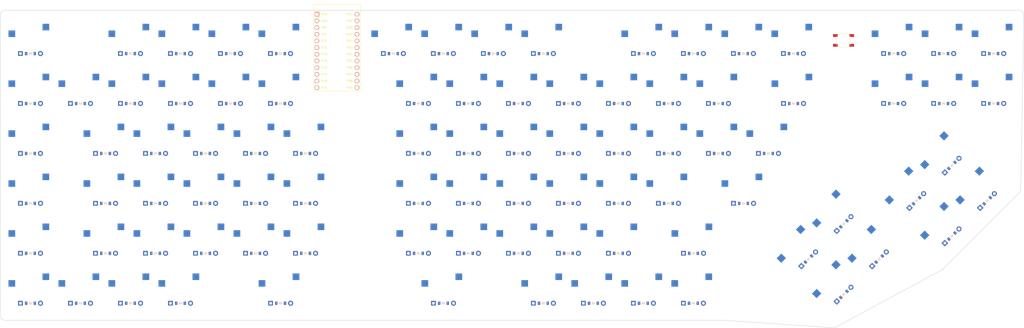
<source format=kicad_pcb>
(kicad_pcb (version 20221018) (generator pcbnew)
  (title_block (title "tutorial") (rev "v1.0.0") (company "Unknown"))
  (layers (0 "F.Cu" signal) (31 "B.Cu" signal) (34 "B.Paste" user) (35 "F.Paste" user) (36 "B.SilkS" user "B.Silkscreen") (37 "F.SilkS" user "F.Silkscreen") (38 "B.Mask" user) (39 "F.Mask" user) (44 "Edge.Cuts" user))
  (net 0 "")
  (net 1 "outer_mod")
  (net 2 "outer_bottom")
  (net 3 "outer_home")
  (net 4 "outer_top")
  (net 5 "outer_num")
  (net 6 "outer_func")
  (net 7 "pinky_mod")
  (net 8 "pinky_bottom")
  (net 9 "pinky_home")
  (net 10 "pinky_top")
  (net 11 "pinky_num")
  (net 12 "ring_mod")
  (net 13 "ring_bottom")
  (net 14 "ring_home")
  (net 15 "ring_top")
  (net 16 "ring_num")
  (net 17 "ring_func")
  (net 18 "middle_mod")
  (net 19 "middle_bottom")
  (net 20 "middle_home")
  (net 21 "middle_top")
  (net 22 "middle_num")
  (net 23 "middle_func")
  (net 24 "index_mod")
  (net 25 "index_bottom")
  (net 26 "index_home")
  (net 27 "index_top")
  (net 28 "index_num")
  (net 29 "index_func")
  (net 30 "inner_bottom")
  (net 31 "inner_home")
  (net 32 "inner_top")
  (net 33 "inner_num")
  (net 34 "inner_func")
  (net 35 "inner_mod")
  (net 36 "outer2_mod")
  (net 37 "outer2_home")
  (net 38 "outer2_top")
  (net 39 "outer2_num")
  (net 40 "outer2_func")
  (net 41 "outer3_top")
  (net 42 "outer3_num")
  (net 43 "outer3_func")
  (net 44 "outer4_func")
  (net 45 "one_a")
  (net 46 "one_b")
  (net 47 "two_a")
  (net 48 "two_b")
  (net 49 "left_bottom")
  (net 50 "left_top")
  (net 51 "mid_bottom")
  (net 52 "mid_top")
  (net 53 "right_bottom")
  (net 54 "right_top")
  (net 55 "RAW")
  (net 56 "GND")
  (net 57 "RST")
  (net 58 "VCC")
  (net 59 "P21")
  (net 60 "P20")
  (net 61 "P19")
  (net 62 "P18")
  (net 63 "P15")
  (net 64 "P14")
  (net 65 "P16")
  (net 66 "P10")
  (net 67 "P1")
  (net 68 "P0")
  (net 69 "P2")
  (net 70 "P3")
  (net 71 "P4")
  (net 72 "P5")
  (net 73 "P6")
  (net 74 "P7")
  (net 75 "P8")
  (net 76 "P9")
  (footprint "E73:SW_TACT_ALPS_SKQGABE010" (layer "F.Cu") (at 336.9125 80)
    (fp_text reference "B1" hide)
    (fp_text value "" hide)
  )
  (footprint "ComboDiode" (layer "F.Cu") (at 364.652322 141.004727 45)
    (fp_text reference "D82" hide)
    (fp_text value "" hide)
  )
  (footprint "MX" (layer "F.Cu") (at 85 99)
    (fp_text reference "S22" hide)
    (fp_text value "" hide)
  )
  (footprint "ComboDiode" (layer "F.Cu") (at 241.8625 180)
    (fp_text reference "D57" hide)
    (fp_text value "" hide)
  )
  (footprint "ComboDiode" (layer "F.Cu") (at 194.3875 142)
    (fp_text reference "D42" hide)
    (fp_text value "" hide)
  )
  (footprint "ComboDiode" (layer "F.Cu") (at 378.08735 127.569698 45)
    (fp_text reference "D84" hide)
    (fp_text value "" hide)
  )
  (footprint "ComboDiode" (layer "F.Cu") (at 175.3875 142)
    (fp_text reference "D37" hide)
    (fp_text value "" hide)
  )
  (footprint "ComboDiode" (layer "F.Cu") (at 47 104)
    (fp_text reference "D11" hide)
    (fp_text value "" hide)
  )
  (footprint "ComboDiode" (layer "F.Cu") (at 56.525 123)
    (fp_text reference "D10" hide)
    (fp_text value "" hide)
  )
  (footprint "MX" (layer "F.Cu") (at 175.3875 99)
    (fp_text reference "S39" hide)
    (fp_text value "" hide)
  )
  (footprint "MX" (layer "F.Cu") (at 333.5025 146.224942 45)
    (fp_text reference "S80" hide)
    (fp_text value "" hide)
  )
  (footprint "ComboDiode" (layer "F.Cu") (at 184.8625 85)
    (fp_text reference "D45" hide)
    (fp_text value "" hide)
  )
  (footprint "MX" (layer "F.Cu") (at 213.3875 99)
    (fp_text reference "S49" hide)
    (fp_text value "" hide)
  )
  (footprint "MX" (layer "F.Cu") (at 75.525 118)
    (fp_text reference "S15" hide)
    (fp_text value "" hide)
  )
  (footprint "MX" (layer "F.Cu") (at 94.525 156)
    (fp_text reference "S19" hide)
    (fp_text value "" hide)
  )
  (footprint "ComboDiode" (layer "F.Cu") (at 378.08735 154.439755 45)
    (fp_text reference "D81" hide)
    (fp_text value "" hide)
  )
  (footprint "ComboDiode" (layer "F.Cu") (at 104 85)
    (fp_text reference "D29" hide)
    (fp_text value "" hide)
  )
  (footprint "ComboDiode" (layer "F.Cu") (at 113.525 142)
    (fp_text reference "D26" hide)
    (fp_text value "" hide)
  )
  (footprint "MX" (layer "F.Cu") (at 279.8625 80)
    (fp_text reference "S72" hide)
    (fp_text value "" hide)
  )
  (footprint "MX" (layer "F.Cu") (at 184.8625 80)
    (fp_text reference "S45" hide)
    (fp_text value "" hide)
  )
  (footprint "MX" (layer "F.Cu") (at 175.3875 118)
    (fp_text reference "S38" hide)
    (fp_text value "" hide)
  )
  (footprint "ComboDiode" (layer "F.Cu") (at 28 142)
    (fp_text reference "D3" hide)
    (fp_text value "" hide)
  )
  (footprint "MX" (layer "F.Cu") (at 194.3875 156)
    (fp_text reference "S41" hide)
    (fp_text value "" hide)
  )
  (footprint "ComboDiode" (layer "F.Cu") (at 75.525 142)
    (fp_text reference "D14" hide)
    (fp_text value "" hide)
  )
  (footprint "ComboDiode" (layer "F.Cu") (at 194.3875 161)
    (fp_text reference "D41" hide)
    (fp_text value "" hide)
  )
  (footprint "MX" (layer "F.Cu") (at 374.551816 124.034164 45)
    (fp_text reference "S84" hide)
    (fp_text value "" hide)
  )
  (footprint "ComboDiode" (layer "F.Cu") (at 75.525 161)
    (fp_text reference "D13" hide)
    (fp_text value "" hide)
  )
  (footprint "ComboDiode" (layer "F.Cu") (at 123 104)
    (fp_text reference "D33" hide)
    (fp_text value "" hide)
  )
  (footprint "MX" (layer "F.Cu") (at 28 118)
    (fp_text reference "S4" hide)
    (fp_text value "" hide)
  )
  (footprint "ComboDiode" (layer "F.Cu") (at 66 180)
    (fp_text reference "D12" hide)
    (fp_text value "" hide)
  )
  (footprint "MX" (layer "F.Cu") (at 270.3875 118)
    (fp_text reference "S65" hide)
    (fp_text value "" hide)
  )
  (footprint "ComboDiode" (layer "F.Cu") (at 308.3875 123)
    (fp_text reference "D73" hide)
    (fp_text value "" hide)
  )
  (footprint "MX" (layer "F.Cu") (at 175.3875 137)
    (fp_text reference "S37" hide)
    (fp_text value "" hide)
  )
  (footprint "ComboDiode" (layer "F.Cu") (at 298.8625 85)
    (fp_text reference "D75" hide)
    (fp_text value "" hide)
  )
  (footprint "MX" (layer "F.Cu") (at 47 99)
    (fp_text reference "S11" hide)
    (fp_text value "" hide)
  )
  (footprint "ComboDiode" (layer "F.Cu") (at 123.05 180)
    (fp_text reference "D24" hide)
    (fp_text value "" hide)
  )
  (footprint "ComboDiode" (layer "F.Cu") (at 175.3875 161)
    (fp_text reference "D36" hide)
    (fp_text value "" hide)
  )
  (footprint "ComboDiode" (layer "F.Cu") (at 132.525 142)
    (fp_text reference "D31" hide)
    (fp_text value "" hide)
  )
  (footprint "ComboDiode" (layer "F.Cu") (at 113.525 161)
    (fp_text reference "D25" hide)
    (fp_text value "" hide)
  )
  (footprint "ComboDiode" (layer "F.Cu") (at 213.3875 161)
    (fp_text reference "D46" hide)
    (fp_text value "" hide)
  )
  (footprint "ComboDiode" (layer "F.Cu") (at 337.038034 149.760476 45)
    (fp_text reference "D80" hide)
    (fp_text value "" hide)
  )
  (footprint "ComboDiode" (layer "F.Cu") (at 260.8625 180)
    (fp_text reference "D62" hide)
    (fp_text value "" hide)
  )
  (footprint "MX" (layer "F.Cu") (at 251.3875 118)
    (fp_text reference "S60" hide)
    (fp_text value "" hide)
  )
  (footprint "MX" (layer "F.Cu") (at 308.3875 118)
    (fp_text reference "S73" hide)
    (fp_text value "" hide)
  )
  (footprint "ComboDiode" (layer "F.Cu") (at 355.9625 85)
    (fp_text reference "D86" hide)
    (fp_text value "" hide)
  )
  (footprint "MX" (layer "F.Cu") (at 85 175)
    (fp_text reference "S18" hide)
    (fp_text value "" hide)
  )
  (footprint "MX" (layer "F.Cu") (at 132.525 118)
    (fp_text reference "S32" hide)
    (fp_text value "" hide)
  )
  (footprint "ComboDiode" (layer "F.Cu") (at 251.3875 142)
    (fp_text reference "D59" hide)
    (fp_text value "" hide)
  )
  (footprint "ComboDiode" (layer "F.Cu") (at 355.9625 104)
    (fp_text reference "D85" hide)
    (fp_text value "" hide)
  )
  (footprint "ComboDiode" (layer "F.Cu") (at 251.3875 104)
    (fp_text reference "D61" hide)
    (fp_text value "" hide)
  )
  (footprint "MX" (layer "F.Cu") (at 104 99)
    (fp_text reference "S28" hide)
    (fp_text value "" hide)
  )
  (footprint "ComboDiode" (layer "F.Cu") (at 28 161)
    (fp_text reference "D2" hide)
    (fp_text value "" hide)
  )
  (footprint "MX" (layer "F.Cu") (at 56.525 118)
    (fp_text reference "S10" hide)
    (fp_text value "" hide)
  )
  (footprint "ComboDiode" (layer "F.Cu") (at 132.525 123)
    (fp_text reference "D32" hide)
    (fp_text value "" hide)
  )
  (footprint "MX" (layer "F.Cu") (at 75.525 156)
    (fp_text reference "S13" hide)
    (fp_text value "" hide)
  )
  (footprint "MX" (layer "F.Cu") (at 28 80)
    (fp_text reference "S6" hide)
    (fp_text value "" hide)
  )
  (footprint "ComboDiode" (layer "F.Cu") (at 279.8625 85)
    (fp_text reference "D72" hide)
    (fp_text value "" hide)
  )
  (footprint "MX" (layer "F.Cu") (at 241.8625 175)
    (fp_text reference "S57" hide)
    (fp_text value "" hide)
  )
  (footprint "MX" (layer "F.Cu") (at 123.05 175)
    (fp_text reference "S24" hide)
    (fp_text value "" hide)
  )
  (footprint "ComboDiode" (layer "F.Cu") (at 350.473063 163.195505 45)
    (fp_text reference "D79" hide)
    (fp_text value "" hide)
  )
  (footprint "MX" (layer "F.Cu") (at 47 175)
    (fp_text reference "S7" hide)
    (fp_text value "" hide)
  )
  (footprint "MX" (layer "F.Cu") (at 232.3875 156)
    (fp_text reference "S52" hide)
    (fp_text value "" hide)
  )
  (footprint "MX" (layer "F.Cu") (at 346.937529 159.659971 45)
    (fp_text reference "S79" hide)
    (fp_text value "" hide)
  )
  (footprint "ComboDiode" (layer "F.Cu") (at 374.9625 104)
    (fp_text reference "D87" hide)
    (fp_text value "" hide)
  )
  (footprint "MX" (layer "F.Cu") (at 194.3875 99)
    (fp_text reference "S44" hide)
    (fp_text value "" hide)
  )
  (footprint "ComboDiode" (layer "F.Cu") (at 270.3875 142)
    (fp_text reference "D64" hide)
    (fp_text value "" hide)
  )
  (footprint "ComboDiode" (layer "F.Cu") (at 391.522379 141.004727 45)
    (fp_text reference "D83" hide)
    (fp_text value "" hide)
  )
  (footprint "ComboDiode" (layer "F.Cu") (at 232.3875 123)
    (fp_text reference "D54" hide)
    (fp_text value "" hide)
  )
  (footprint "ComboDiode" (layer "F.Cu") (at 194.3875 123)
    (fp_text reference "D43" hide)
    (fp_text value "" hide)
  )
  (footprint "ProMicro" (layer "F.Cu") (at 144.43125 84 -90)
    (fp_text reference "MCU1" hide)
    (fp_text value "" hide)
  )
  (footprint "MX" (layer "F.Cu") (at 85 80)
    (fp_text reference "S23" hide)
    (fp_text value "" hide)
  )
  (footprint "ComboDiode" (layer "F.Cu") (at 393.9625 104)
    (fp_text reference "D89" hide)
    (fp_text value "" hide)
  )
  (footprint "MX" (layer "F.Cu") (at 393.9625 99)
    (fp_text reference "S89" hide)
    (fp_text value "" hide)
  )
  (footprint "ComboDiode" (layer "F.Cu") (at 279.9125 161)
    (fp_text reference "D63" hide)
    (fp_text value "" hide)
  )
  (footprint "MX" (layer "F.Cu") (at 213.3875 118)
    (fp_text reference "S48" hide)
    (fp_text value "" hide)
  )
  (footprint "ComboDiode" (layer "F.Cu") (at 85 85)
    (fp_text reference "D23" hide)
    (fp_text value "" hide)
  )
  (footprint "ComboDiode" (layer "F.Cu") (at 85 180)
    (fp_text reference "D18" hide)
    (fp_text value "" hide)
  )
  (footprint "MX" (layer "F.Cu") (at 56.525 156)
    (fp_text reference "S8" hide)
    (fp_text value "" hide)
  )
  (footprint "ComboDiode" (layer "F.Cu") (at 222.8625 85)
    (fp_text reference "D56" hide)
    (fp_text value "" hide)
  )
  (footprint "MX" (layer "F.Cu") (at 232.3875 99)
    (fp_text reference "S55" hide)
    (fp_text value "" hide)
  )
  (footprint "ComboDiode" (layer "F.Cu") (at 113.525 123)
    (fp_text reference "D27" hide)
    (fp_text value "" hide)
  )
  (footprint "ComboDiode" (layer "F.Cu") (at 232.3875 142)
    (fp_text reference "D53" hide)
    (fp_text value "" hide)
  )
  (footprint "MX" (layer "F.Cu") (at 175.3875 156)
    (fp_text reference "S36" hide)
    (fp_text value "" hide)
  )
  (footprint "ComboDiode" (layer "F.Cu") (at 175.3875 123)
    (fp_text reference "D38" hide)
    (fp_text value "" hide)
  )
  (footprint "ComboDiode" (layer "F.Cu") (at 66 85)
    (fp_text reference "D17" hide)
    (fp_text value "" hide)
  )
  (footprint "MX" (layer "F.Cu") (at 355.9625 99)
    (fp_text reference "S85" hide)
    (fp_text value "" hide)
  )
  (footprint "MX" (layer "F.Cu") (at 333.5025 173.095 45)
    (fp_text reference "S77" hide)
    (fp_text value "" hide)
  )
  (footprint "ComboDiode" (layer "F.Cu") (at 213.3875 142)
    (fp_text reference "D47" hide)
    (fp_text value "" hide)
  )
  (footprint "MX" (layer "F.Cu") (at 66 99)
    (fp_text reference "S16" hide)
    (fp_text value "" hide)
  )
  (footprint "ComboDiode" (layer "F.Cu") (at 28 123)
    (fp_text reference "D4" hide)
    (fp_text value "" hide)
  )
  (footprint "MX" (layer "F.Cu") (at 66 175)
    (fp_text reference "S12" hide)
    (fp_text value "" hide)
  )
  (footprint "MX" (layer "F.Cu") (at 251.3875 137)
    (fp_text reference "S59" hide)
    (fp_text value "" hide)
  )
  (footprint "ComboDiode" (layer "F.Cu") (at 184.9125 180)
    (fp_text reference "D35" hide)
    (fp_text value "" hide)
  )
  (footprint "MX" (layer "F.Cu") (at 194.3875 118)
    (fp_text reference "S43" hide)
    (fp_text value "" hide)
  )
  (footprint "MX" (layer "F.Cu") (at 260.8625 175)
    (fp_text reference "S62" hide)
    (fp_text value "" hide)
  )
  (footprint "ComboDiode" (layer "F.Cu") (at 232.3875 104)
    (fp_text reference "D55" hide)
    (fp_text value "" hide)
  )
  (footprint "ComboDiode" (layer "F.Cu") (at 213.3875 123)
    (fp_text reference "D48" hide)
    (fp_text value "" hide)
  )
  (footprint "MX" (layer "F.Cu") (at 251.3875 99)
    (fp_text reference "S61" hide)
    (fp_text value "" hide)
  )
  (footprint "MX" (layer "F.Cu") (at 279.9125 156)
    (fp_text reference "S63" hide)
    (fp_text value "" hide)
  )
  (footprint "ComboDiode" (layer "F.Cu") (at 28 85)
    (fp_text reference "D6" hide)
    (fp_text value "" hide)
  )
  (footprint "MX" (layer "F.Cu") (at 123 99)
    (fp_text reference "S33" hide)
    (fp_text value "" hide)
  )
  (footprint "ComboDiode" (layer "F.Cu") (at 270.3875 123)
    (fp_text reference "D65" hide)
    (fp_text value "" hide)
  )
  (footprint "ComboDiode" (layer "F.Cu") (at 104 104)
    (fp_text reference "D28" hide)
    (fp_text value "" hide)
  )
  (footprint "ComboDiode" (layer "F.Cu") (at 260.8625 85)
    (fp_text reference "D67" hide)
    (fp_text value "" hide)
  )
  (footprint "MX" (layer "F.Cu") (at 393.9625 80)
    (fp_text reference "S90" hide)
    (fp_text value "" hide)
  )
  (footprint "ComboDiode" (layer "F.Cu") (at 213.3875 104)
    (fp_text reference "D49" hide)
    (fp_text value "" hide)
  )
  (footprint "MX" (layer "F.Cu") (at 355.9625 80)
    (fp_text reference "S86" hide)
    (fp_text value "" hide)
  )
  (footprint "MX" (layer "F.Cu") (at 260.8625 80)
    (fp_text reference "S67" hide)
    (fp_text value "" hide)
  )
  (footprint "ComboDiode" (layer "F.Cu") (at 66 104)
    (fp_text reference "D16" hide)
    (fp_text value "" hide)
  )
  (footprint "ComboDiode" (layer "F.Cu") (at 175.3875 104)
    (fp_text reference "D39" hide)
    (fp_text value "" hide)
  )
  (footprint "ComboDiode" (layer "F.Cu") (at 47 180)
    (fp_text reference "D7" hide)
    (fp_text value "" hide)
  )
  (footprint "MX" (layer "F.Cu") (at 222.8625 80)
    (fp_text reference "S56" hide)
    (fp_text value "" hide)
  )
  (footprint "MX" (layer "F.Cu") (at 320.067471 159.659971 45)
    (fp_text reference "S78" hide)
    (fp_text value "" hide)
  )
  (footprint "MX" (layer "F.Cu") (at 298.9125 137)
    (fp_text reference "S69" hide)
    (fp_text value "" hide)
  )
  (footprint "ComboDiode" (layer "F.Cu") (at 56.525 142)
    (fp_text reference "D9" hide)
    (fp_text value "" hide)
  )
  (footprint "MX" (layer "F.Cu") (at 232.3875 118)
    (fp_text reference "S54" hide)
    (fp_text value "" hide)
  )
  (footprint "MX" (layer "F.Cu") (at 232.3875 137)
    (fp_text reference "S53" hide)
    (fp_text value "" hide)
  )
  (footprint "ComboDiode" (layer "F.Cu") (at 94.525 161)
    (fp_text reference "D19" hide)
    (fp_text value "" hide)
  )
  (footprint "MX" (layer "F.Cu") (at 317.8625 80)
    (fp_text reference "S76" hide)
    (fp_text value "" hide)
  )
  (footprint "MX" (layer "F.Cu") (at 66 80)
    (fp_text reference "S17" hide)
    (fp_text value "" hide)
  )
  (footprint "ComboDiode" (layer "F.Cu") (at 94.525 142)
    (fp_text reference "D20" hide)
    (fp_text value "" hide)
  )
  (footprint "MX" (layer "F.Cu") (at 184.9125 175)
    (fp_text reference "S35" hide)
    (fp_text value "" hide)
  )
  (footprint "MX" (layer "F.Cu") (at 132.525 156)
    (fp_text reference "S30" hide)
    (fp_text value "" hide)
  )
  (footprint "ComboDiode" (layer "F.Cu") (at 132.525 161)
    (fp_text reference "D30" hide)
    (fp_text value "" hide)
  )
  (footprint "ComboDiode" (layer "F.Cu") (at 393.9625 85)
    (fp_text reference "D90" hide)
    (fp_text value "" hide)
  )
  (footprint "ComboDiode" (layer "F.Cu") (at 317.9125 104)
    (fp_text reference "D74" hide)
    (fp_text value "" hide)
  )
  (footprint "ComboDiode" (layer "F.Cu") (at 317.8625 85)
    (fp_text reference "D76" hide)
    (fp_text value "" hide)
  )
  (footprint "MX" (layer "F.Cu") (at 374.9625 99)
    (fp_text reference "S87" hide)
    (fp_text value "" hide)
  )
  (footprint "ComboDiode" (layer "F.Cu") (at 222.8625 180)
    (fp_text reference "D51" hide)
    (fp_text value "" hide)
  )
  (footprint "MX" (layer "F.Cu") (at 270.3875 99)
    (fp_text reference "S66" hide)
    (fp_text value "" hide)
  )
  (footprint "ComboDiode" (layer "F.Cu") (at 56.525 161)
    (fp_text reference "D8" hide)
    (fp_text value "" hide)
  )
  (footprint "ComboDiode" (layer "F.Cu") (at 323.603005 163.195505 45)
    (fp_text reference "D78" hide)
    (fp_text value "" hide)
  )
  (footprint "MX" (layer "F.Cu") (at 270.3875 137)
    (fp_text reference "S64" hide)
    (fp_text value "" hide)
  )
  (footprint "MX" (layer "F.Cu") (at 194.3875 137)
    (fp_text reference "S42" hide)
    (fp_text value "" hide)
  )
  (footprint "MX" (layer "F.Cu") (at 28 156)
    (fp_text reference "S2" hide)
    (fp_text value "" hide)
  )
  (footprint "ComboDiode" (layer "F.Cu") (at 337.038034 176.630534 45)
    (fp_text reference "D77" hide)
    (fp_text value "" hide)
  )
  (footprint "ComboDiode" (layer "F.Cu") (at 75.525 123)
    (fp_text reference "D15" hide)
    (fp_text value "" hide)
  )
  (footprint "MX" (layer "F.Cu") (at 113.525 156)
    (fp_text reference "S25" hide)
    (fp_text value "" hide)
  )
  (footprint "MX" (layer "F.Cu") (at 279.8625 175)
    (fp_text reference "S68" hide)
    (fp_text value "" hide)
  )
  (footprint "MX" (layer "F.Cu") (at 361.116788 137.469193 45)
    (fp_text reference "S82" hide)
    (fp_text value "" hide)
  )
  (footprint "MX" (layer "F.Cu") (at 94.525 118)
    (fp_text reference "S21" hide)
    (fp_text value "" hide)
  )
  (footprint "ComboDiode" (layer "F.Cu") (at 289.3875 104)
    (fp_text reference "D71" hide)
    (fp_text value "" hide)
  )
  (footprint "MX" (layer "F.Cu") (at 28 137)
    (fp_text reference "S3" hide)
    (fp_text value "" hide)
  )
  (footprint "MX" (layer "F.Cu") (at 165.8625 80)
    (fp_text reference "S40" hide)
    (fp_text value "" hide)
  )
  (footprint "ComboDiode" (layer "F.Cu") (at 28 180)
    (fp_text reference "D1" hide)
    (fp_text value "" hide)
  )
  (footprint "MX" (layer "F.Cu") (at 203.8625 80)
    (fp_text reference "S50" hide)
    (fp_text value "" hide)
  )
  (footprint "MX" (layer "F.Cu") (at 28 99)
    (fp_text reference "S5" hide)
    (fp_text value "" hide)
  )
  (footprint "MX" (layer "F.Cu") (at 104 80)
    (fp_text reference "S29" hide)
    (fp_text value "" hide)
  )
  (footprint "MX" (layer "F.Cu") (at 132.525 137)
    (fp_text reference "S31" hide)
    (fp_text value "" hide)
  )
  (footprint "ComboDiode" (layer "F.Cu") (at 85 104)
    (fp_text reference "D22" hide)
    (fp_text value "" hide)
  )
  (footprint "MX" (layer "F.Cu") (at 298.8625 80)
    (fp_text reference "S75" hide)
    (fp_text value "" hide)
  )
  (footprint "ComboDiode" (layer "F.Cu") (at 123 85)
    (fp_text reference "D34" hide)
    (fp_text value "" hide)
  )
  (footprint "MX" (layer "F.Cu") (at 374.9625 80)
    (fp_text reference "S88" hide)
    (fp_text value "" hide)
  )
  (footprint "MX" (layer "F.Cu") (at 56.525 137)
    (fp_text reference "S9" hide)
    (fp_text value "" hide)
  )
  (footprint "MX" (layer "F.Cu") (at 94.525 137)
    (fp_text reference "S20" hide)
    (fp_text value "" hide)
  )
  (footprint "ComboDiode" (layer "F.Cu") (at 232.3875 161)
    (fp_text reference "D52" hide)
    (fp_text value "" hide)
  )
  (footprint "ComboDiode" (layer "F.Cu") (at 194.3875 104)
    (fp_text reference "D44" hide)
    (fp_text value "" hide)
  )
  (footprint "ComboDiode" (layer "F.Cu") (at 203.8625 85)
    (fp_text reference "D50" hide)
    (fp_text value "" hide)
  )
  (footprint "ComboDiode" (layer "F.Cu") (at 251.3875 161)
    (fp_text reference "D58" hide)
    (fp_text value "" hide)
  )
  (footprint "MX" (layer "F.Cu") (at 123 80)
    (fp_text reference "S34" hide)
    (fp_text value "" hide)
  )
  (footprint "MX" (layer "F.Cu") (at 251.3875 156)
    (fp_text reference "S58" hide)
    (fp_text value "" hide)
  )
  (footprint "ComboDiode" (layer "F.Cu") (at 298.9125 142)
    (fp_text reference "D69" hide)
    (fp_text value "" hide)
  )
  (footprint "MX" (layer "F.Cu") (at 374.551816 150.904222 45)
    (fp_text reference "S81" hide)
    (fp_text value "" hide)
  )
  (footprint "MX" (layer "F.Cu") (at 213.3875 137)
    (fp_text reference "S47" hide)
    (fp_text value "" hide)
  )
  (footprint "ComboDiode" (layer "F.Cu") (at 289.3875 123)
    (fp_text reference "D70" hide)
    (fp_text value "" hide)
  )
  (footprint "MX" (layer "F.Cu") (at 289.3875 99)
    (fp_text reference "S71" hide)
    (fp_text value "" hide)
  )
  (footprint "ComboDiode" (layer "F.Cu") (at 251.3875 123)
    (fp_text reference "D60" hide)
    (fp_text value "" hide)
  )
  (footprint "MX" (layer "F.Cu") (at 213.3875 156)
    (fp_text reference "S46" hide)
    (fp_text value "" hide)
  )
  (footprint "MX" (layer "F.Cu") (at 317.9125 99)
    (fp_text reference "S74" hide)
    (fp_text value "" hide)
  )
  (footprint "MX" (layer "F.Cu") (at 28 175)
    (fp_text reference "S1" hide)
    (fp_text value "" hide)
  )
  (footprint "ComboDiode" (layer "F.Cu") (at 165.8625 85)
    (fp_text reference "D40" hide)
    (fp_text value "" hide)
  )
  (footprint "MX" (layer "F.Cu") (at 222.8625 175)
    (fp_text reference "S51" hide)
    (fp_text value "" hide)
  )
  (footprint "MX" (layer "F.Cu") (at 387.986845 137.469193 45)
    (fp_text reference "S83" hide)
    (fp_text value "" hide)
  )
  (footprint "MX" (layer "F.Cu") (at 113.525 118)
    (fp_text reference "S27" hide)
    (fp_text value "" hide)
  )
  (footprint "ComboDiode" (layer "F.Cu") (at 94.525 123)
    (fp_text reference "D21" hide)
    (fp_text value "" hide)
  )
  (footprint "ComboDiode" (layer "F.Cu") (at 270.3875 104)
    (fp_text reference "D66" hide)
    (fp_text value "" hide)
  )
  (footprint "MX" (layer "F.Cu") (at 75.525 137)
    (fp_text reference "S14" hide)
    (fp_text value "" hide)
  )
  (footprint "ComboDiode" (layer "F.Cu") (at 374.9625 85)
    (fp_text reference "D88" hide)
    (fp_text value "" hide)
  )
  (footprint "ComboDiode" (layer "F.Cu") (at 28 104)
    (fp_text reference "D5" hide)
    (fp_text value "" hide)
  )
  (footprint "MX" (layer "F.Cu") (at 289.3875 118)
    (fp_text reference "S70" hide)
    (fp_text value "" hide)
  )
  (footprint "MX" (layer "F.Cu") (at 113.525 137)
    (fp_text reference "S26" hide)
    (fp_text value "" hide)
  )
  (footprint "ComboDiode" (layer "F.Cu") (at 279.8625 180)
    (fp_text reference "D68" hide)
    (fp_text value "" hide)
  )
  (gr_line (start 403.679021 138.040473) (end 374.758189 166.961305) (stroke (width 0.15)) (layer "Edge.Cuts"))
  (gr_line (start 16.5 184.5) (end 16.5 70.5) (stroke (width 0.15)) (layer "Edge.Cuts"))
  (gr_arc (start 374.758189 166.961305) (mid 374.539158 167.150694) (end 374.295074 167.306469) (stroke (width 0.15)) (layer "Edge.Cuts"))
  (gr_arc (start 403.427039 68.5) (mid 404.853624 69.098268) (end 405.42673 70.535146) (stroke (width 0.15)) (layer "Edge.Cuts"))
  (gr_line (start 405.42673 70.535146) (end 404.264499 136.661405) (stroke (width 0.15)) (layer "Edge.Cuts"))
  (gr_arc (start 291.294745 186.5) (mid 291.362461 186.501147) (end 291.430099 186.504585) (stroke (width 0.15)) (layer "Edge.Cuts"))
  (gr_arc (start 18.5 186.5) (mid 17.085786 185.914214) (end 16.5 184.5) (stroke (width 0.15)) (layer "Edge.Cuts"))
  (gr_line (start 332.925125 189.319291) (end 291.430099 186.504585) (stroke (width 0.15)) (layer "Edge.Cuts"))
  (gr_arc (start 16.5 70.5) (mid 17.085786 69.085786) (end 18.5 68.5) (stroke (width 0.15)) (layer "Edge.Cuts"))
  (gr_line (start 374.295074 167.306469) (end 334.011578 189.083255) (stroke (width 0.15)) (layer "Edge.Cuts"))
  (gr_line (start 18.5 68.5) (end 403.427039 68.5) (stroke (width 0.15)) (layer "Edge.Cuts"))
  (gr_line (start 291.294745 186.5) (end 18.5 186.5) (stroke (width 0.15)) (layer "Edge.Cuts"))
  (gr_arc (start 404.264499 136.661406) (mid 404.10577 137.407833) (end 403.679021 138.040473) (stroke (width 0.15)) (layer "Edge.Cuts"))
  (gr_arc (start 334.011577 189.083255) (mid 333.485082 189.278285) (end 332.925125 189.319291) (stroke (width 0.15)) (layer "Edge.Cuts"))
)
</source>
